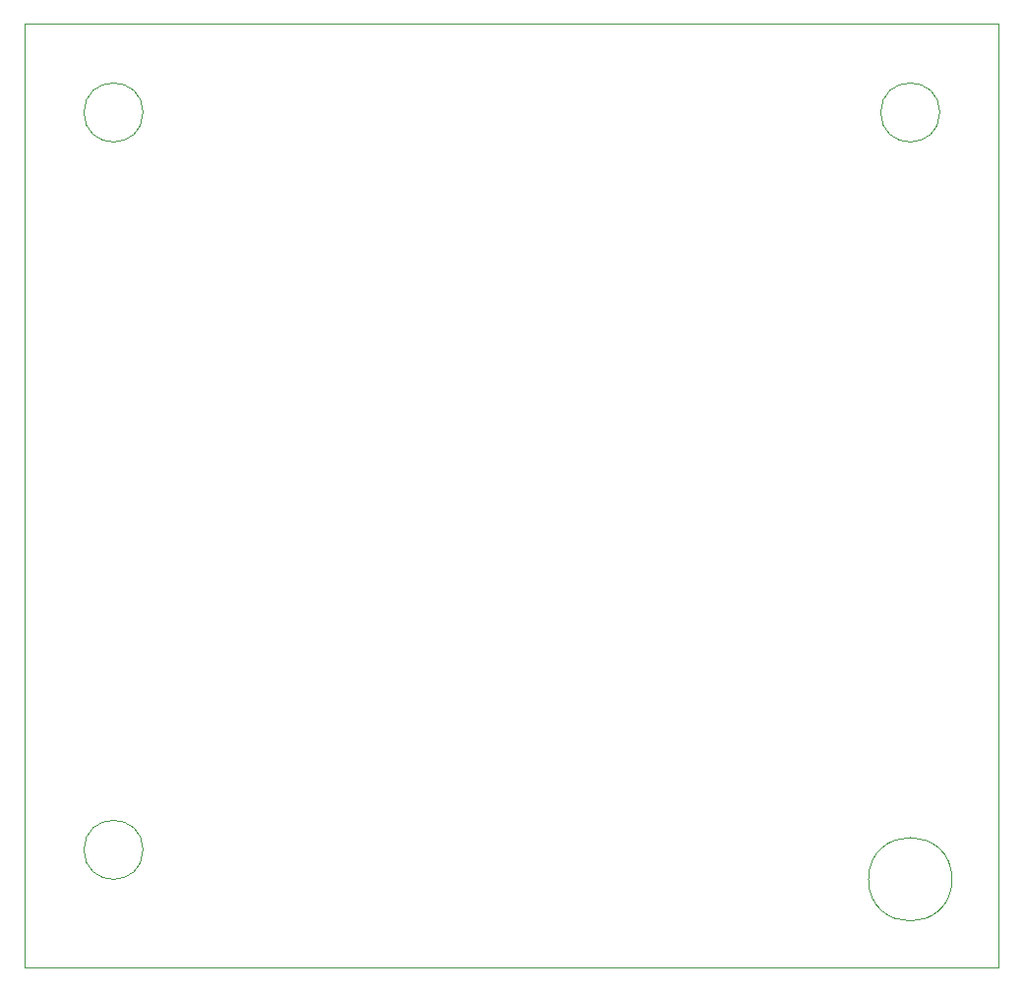
<source format=gbr>
%TF.GenerationSoftware,KiCad,Pcbnew,(6.0.10)*%
%TF.CreationDate,2023-02-17T15:23:00-08:00*%
%TF.ProjectId,Exercise 2 lab 6,45786572-6369-4736-9520-32206c616220,rev?*%
%TF.SameCoordinates,Original*%
%TF.FileFunction,Profile,NP*%
%FSLAX46Y46*%
G04 Gerber Fmt 4.6, Leading zero omitted, Abs format (unit mm)*
G04 Created by KiCad (PCBNEW (6.0.10)) date 2023-02-17 15:23:00*
%MOMM*%
%LPD*%
G01*
G04 APERTURE LIST*
%TA.AperFunction,Profile*%
%ADD10C,0.100000*%
%TD*%
G04 APERTURE END LIST*
D10*
X86360000Y-55880000D02*
G75*
G03*
X86360000Y-55880000I-2540000J0D01*
G01*
X86360000Y-119380000D02*
G75*
G03*
X86360000Y-119380000I-2540000J0D01*
G01*
X76200000Y-48260000D02*
X160020000Y-48260000D01*
X160020000Y-48260000D02*
X160020000Y-129540000D01*
X160020000Y-129540000D02*
X76200000Y-129540000D01*
X76200000Y-129540000D02*
X76200000Y-48260000D01*
X155992102Y-121920000D02*
G75*
G03*
X155992102Y-121920000I-3592102J0D01*
G01*
X154940000Y-55880000D02*
G75*
G03*
X154940000Y-55880000I-2540000J0D01*
G01*
M02*

</source>
